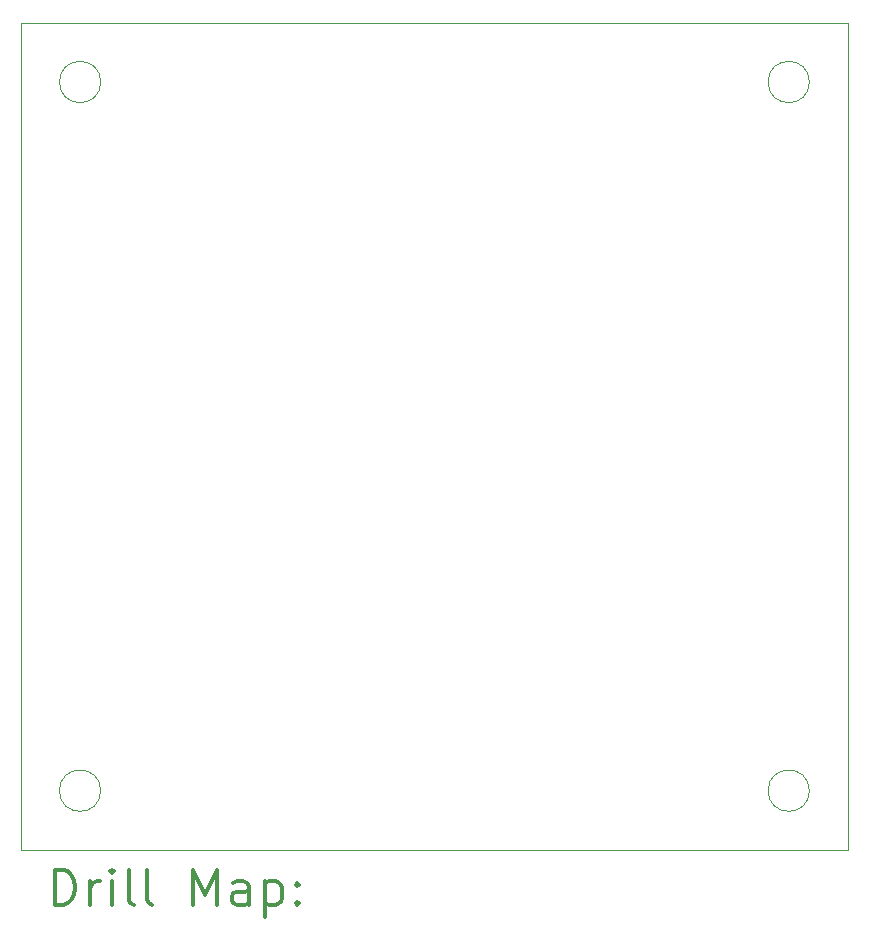
<source format=gbr>
%FSLAX45Y45*%
G04 Gerber Fmt 4.5, Leading zero omitted, Abs format (unit mm)*
G04 Created by KiCad (PCBNEW (5.1.9)-1) date 2022-01-22 14:39:25*
%MOMM*%
%LPD*%
G01*
G04 APERTURE LIST*
%TA.AperFunction,Profile*%
%ADD10C,0.050000*%
%TD*%
%ADD11C,0.200000*%
%ADD12C,0.300000*%
G04 APERTURE END LIST*
D10*
X10750000Y-15150000D02*
X17750000Y-15150000D01*
X10750000Y-8150000D02*
X10750000Y-15150000D01*
X17750000Y-8150000D02*
X10750000Y-8150000D01*
X17750000Y-8150000D02*
X17750000Y-15150000D01*
X17425000Y-14650000D02*
G75*
G03*
X17425000Y-14650000I-175000J0D01*
G01*
X11425000Y-14650000D02*
G75*
G03*
X11425000Y-14650000I-175000J0D01*
G01*
X11425000Y-8650000D02*
G75*
G03*
X11425000Y-8650000I-175000J0D01*
G01*
X17425000Y-8650000D02*
G75*
G03*
X17425000Y-8650000I-175000J0D01*
G01*
D11*
D12*
X11033928Y-15618214D02*
X11033928Y-15318214D01*
X11105357Y-15318214D01*
X11148214Y-15332500D01*
X11176786Y-15361071D01*
X11191071Y-15389643D01*
X11205357Y-15446786D01*
X11205357Y-15489643D01*
X11191071Y-15546786D01*
X11176786Y-15575357D01*
X11148214Y-15603929D01*
X11105357Y-15618214D01*
X11033928Y-15618214D01*
X11333928Y-15618214D02*
X11333928Y-15418214D01*
X11333928Y-15475357D02*
X11348214Y-15446786D01*
X11362500Y-15432500D01*
X11391071Y-15418214D01*
X11419643Y-15418214D01*
X11519643Y-15618214D02*
X11519643Y-15418214D01*
X11519643Y-15318214D02*
X11505357Y-15332500D01*
X11519643Y-15346786D01*
X11533928Y-15332500D01*
X11519643Y-15318214D01*
X11519643Y-15346786D01*
X11705357Y-15618214D02*
X11676786Y-15603929D01*
X11662500Y-15575357D01*
X11662500Y-15318214D01*
X11862500Y-15618214D02*
X11833928Y-15603929D01*
X11819643Y-15575357D01*
X11819643Y-15318214D01*
X12205357Y-15618214D02*
X12205357Y-15318214D01*
X12305357Y-15532500D01*
X12405357Y-15318214D01*
X12405357Y-15618214D01*
X12676786Y-15618214D02*
X12676786Y-15461071D01*
X12662500Y-15432500D01*
X12633928Y-15418214D01*
X12576786Y-15418214D01*
X12548214Y-15432500D01*
X12676786Y-15603929D02*
X12648214Y-15618214D01*
X12576786Y-15618214D01*
X12548214Y-15603929D01*
X12533928Y-15575357D01*
X12533928Y-15546786D01*
X12548214Y-15518214D01*
X12576786Y-15503929D01*
X12648214Y-15503929D01*
X12676786Y-15489643D01*
X12819643Y-15418214D02*
X12819643Y-15718214D01*
X12819643Y-15432500D02*
X12848214Y-15418214D01*
X12905357Y-15418214D01*
X12933928Y-15432500D01*
X12948214Y-15446786D01*
X12962500Y-15475357D01*
X12962500Y-15561071D01*
X12948214Y-15589643D01*
X12933928Y-15603929D01*
X12905357Y-15618214D01*
X12848214Y-15618214D01*
X12819643Y-15603929D01*
X13091071Y-15589643D02*
X13105357Y-15603929D01*
X13091071Y-15618214D01*
X13076786Y-15603929D01*
X13091071Y-15589643D01*
X13091071Y-15618214D01*
X13091071Y-15432500D02*
X13105357Y-15446786D01*
X13091071Y-15461071D01*
X13076786Y-15446786D01*
X13091071Y-15432500D01*
X13091071Y-15461071D01*
M02*

</source>
